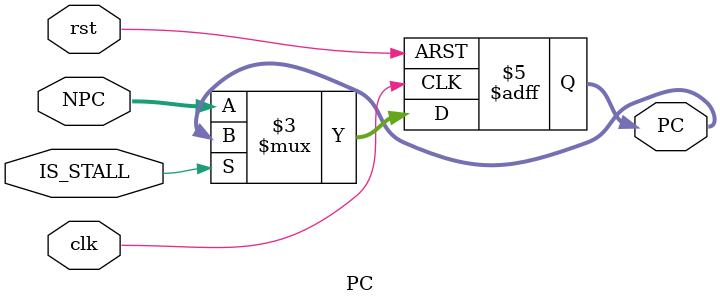
<source format=v>
module PC( clk, rst, NPC, PC,IS_STALL);

  input              clk;
  input              rst;
  input              IS_STALL;

  input       [31:0] NPC;
  output reg  [31:0] PC;

  always @(posedge clk, posedge rst)
    if (rst) 
      PC <= 32'h0000_0000;
//      PC <= 32'h0000_3000;
    else
      begin
        if(IS_STALL)PC<=PC;//if the current instrcution is stalled, the pc should not change
      else 
        begin 
           PC <= NPC; //if the current instruction is not stalled, the pc change to next pc
        end
      end
endmodule


</source>
